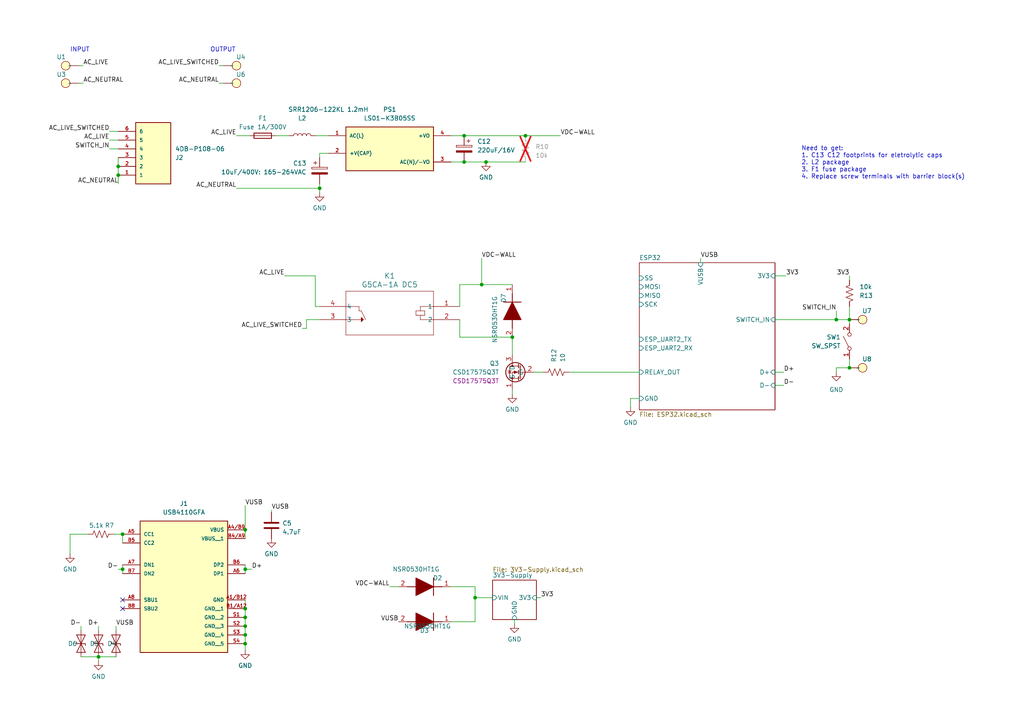
<source format=kicad_sch>
(kicad_sch (version 20230121) (generator eeschema)
  (paper "A4")
  (lib_symbols
    (symbol "Device:Fuse" (pin_numbers hide) (pin_names (offset 0))
      (property "Reference" "F" (at 2.032 0 90))
      (property "Value" "Fuse" (at -1.905 0 90))
      (symbol "Fuse_0_1"
        (rectangle (start -0.762 -2.54) (end 0.762 2.54) (stroke (width 0.254)))
        (polyline (pts (xy 0 2.54) (xy 0 -2.54)))
      )
      (symbol "Fuse_1_1"
        (pin passive line (at 0 3.81 270) (length 1.27) (name "~") (number "1"))
        (pin passive line (at 0 -3.81 90) (length 1.27) (name "~") (number "2"))
      )
    )
    (symbol "NeuralStimulatorAndRecorder:Resistor" (pin_numbers hide) (pin_names (offset 0))
      (property "Reference" "R" (at 2.54 0 90))
      (symbol "Resistor_0_1"
        (polyline (pts (xy 0 -2.286) (xy 0 -2.54)))
        (polyline (pts (xy 0 2.286) (xy 0 2.54)))
        (polyline (pts (xy 0 -0.762) (xy 1.016 -1.143) (xy 0 -1.524) (xy -1.016 -1.905) (xy 0 -2.286)))
        (polyline (pts (xy 0 0.762) (xy 1.016 0.381) (xy 0 0) (xy -1.016 -0.381) (xy 0 -0.762)))
        (polyline (pts (xy 0 2.286) (xy 1.016 1.905) (xy 0 1.524) (xy -1.016 1.143) (xy 0 0.762)))
      )
      (symbol "Resistor_1_1"
        (pin passive line (at 0 3.81 270) (length 1.27) (name "~") (number "1"))
        (pin passive line (at 0 -3.81 90) (length 1.27) (name "~") (number "2"))
      )
    )
    (symbol "SamacSys_Parts:NSR0530HT1G" (pin_names hide)
      (property "Reference" "D" (at 11.43 5.08 0))
      (property "Value" "NSR0530HT1G" (at 11.43 2.54 0))
      (symbol "NSR0530HT1G_1_1"
        (polyline (pts (xy 2.54 0) (xy 5.08 0)) (stroke (width 0.254)))
        (polyline (pts (xy 5.08 2.54) (xy 5.08 -2.54)) (stroke (width 0.254)))
        (polyline (pts (xy 10.16 0) (xy 12.7 0)) (stroke (width 0.254)))
        (polyline (pts (xy 5.08 0) (xy 10.16 2.54) (xy 10.16 -2.54) (xy 5.08 0)) (stroke (width 0.254)) (fill (type outline)))
        (pin passive line (at 0 0 0) (length 2.54) (name "K") (number "1"))
        (pin passive line (at 15.24 0 180) (length 2.54) (name "A") (number "2"))
      )
    )
    (symbol "Switch:SW_SPST" (pin_names (offset 0) hide)
      (property "Reference" "SW" (at 0 3.175 0))
      (property "Value" "SW_SPST" (at 0 -2.54 0))
      (symbol "SW_SPST_0_0"
        (circle (center -2.032 0) (radius 0.508))
        (polyline (pts (xy -1.524 0.254) (xy 1.524 1.778)))
        (circle (center 2.032 0) (radius 0.508))
      )
      (symbol "SW_SPST_1_1"
        (pin passive line (at -5.08 0 0) (length 2.54) (name "A") (number "1"))
        (pin passive line (at 5.08 0 180) (length 2.54) (name "B") (number "2"))
      )
    )
    (symbol "esp32-socket-switcher:4DB-P108-06" (pin_names (offset 1.016))
      (property "Reference" "J" (at -5.58 10.16 0))
      (property "Value" "4DB-P108-06" (at -5.08 -10.16 0))
      (symbol "4DB-P108-06_0_0"
        (rectangle (start -5.08 -7.62) (end 5.08 10.16) (stroke (width 0.254)) (fill (type background)))
        (pin passive line (at -10.16 7.62 0) (length 5.08) (name "1") (number "1"))
        (pin passive line (at -10.16 5.08 0) (length 5.08) (name "2") (number "2"))
        (pin passive line (at -10.16 2.54 0) (length 5.08) (name "3") (number "3"))
        (pin passive line (at -10.16 0 0) (length 5.08) (name "4") (number "4"))
        (pin passive line (at -10.16 -2.54 0) (length 5.08) (name "5") (number "5"))
        (pin passive line (at -10.16 -5.08 0) (length 5.08) (name "6") (number "6"))
      )
    )
    (symbol "esp32-socket-switcher:CSD17575Q3T"
      (property "Reference" "Q" (at -13.208 2.794 0))
      (property "Value" "CSD17575Q3T" (at -7.112 4.572 0))
      (property "MPN" "CSD17575Q3T" (at -7.112 4.572 0))
      (symbol "CSD17575Q3T_0_1"
        (polyline (pts (xy 0.254 0) (xy -2.54 0)))
        (polyline (pts (xy 0.254 1.905) (xy 0.254 -1.905)) (stroke (width 0.254)))
        (polyline (pts (xy 0.762 -1.27) (xy 0.762 -2.286)) (stroke (width 0.254)))
        (polyline (pts (xy 0.762 0.508) (xy 0.762 -0.508)) (stroke (width 0.254)))
        (polyline (pts (xy 0.762 2.286) (xy 0.762 1.27)) (stroke (width 0.254)))
        (polyline (pts (xy 2.54 2.54) (xy 2.54 1.778)))
        (polyline (pts (xy 2.54 -2.54) (xy 2.54 0) (xy 0.762 0)))
        (polyline (pts (xy 0.762 -1.778) (xy 3.302 -1.778) (xy 3.302 1.778) (xy 0.762 1.778)))
        (polyline (pts (xy 1.016 0) (xy 2.032 0.381) (xy 2.032 -0.381) (xy 1.016 0)) (fill (type outline)))
        (polyline (pts (xy 2.794 0.508) (xy 2.921 0.381) (xy 3.683 0.381) (xy 3.81 0.254)))
        (polyline (pts (xy 3.302 0.381) (xy 2.921 -0.254) (xy 3.683 -0.254) (xy 3.302 0.381)))
        (circle (center 1.651 0) (radius 2.794) (stroke (width 0.254)))
        (circle (center 2.54 -1.778) (radius 0.254) (fill (type outline)))
        (circle (center 2.54 1.778) (radius 0.254) (fill (type outline)))
      )
      (symbol "CSD17575Q3T_1_1"
        (pin passive line (at 2.54 -5.08 90) (length 2.54) (name "S") (number "1"))
        (pin input line (at -3.81 0 0) (length 2.54) (name "G") (number "2"))
        (pin passive line (at 2.54 5.08 270) (length 2.54) (name "D") (number "3"))
      )
    )
    (symbol "esp32-socket-switcher:Capacitor" (pin_numbers hide) (pin_names (offset 0.254))
      (property "Reference" "C" (at 0.635 2.54 0))
      (property "Value" "Capacitor" (at 0.635 -2.54 0))
      (symbol "Capacitor_0_1"
        (polyline (pts (xy -2.032 -0.762) (xy 2.032 -0.762)) (stroke (width 0.508)))
        (polyline (pts (xy -2.032 0.762) (xy 2.032 0.762)) (stroke (width 0.508)))
      )
      (symbol "Capacitor_1_1"
        (pin passive line (at 0 3.81 270) (length 2.794) (name "~") (number "1"))
        (pin passive line (at 0 -3.81 90) (length 2.794) (name "~") (number "2"))
      )
    )
    (symbol "esp32-socket-switcher:EEE-FK1C221XP" (pin_numbers hide) (pin_names (offset 0.254))
      (property "Reference" "C" (at 0.635 2.54 0))
      (property "Value" "EEE-FK1C221XP" (at 0.635 -2.54 0))
      (symbol "EEE-FK1C221XP_0_1"
        (rectangle (start -2.286 0.508) (end 2.286 1.016))
        (polyline (pts (xy -1.778 2.286) (xy -0.762 2.286)))
        (polyline (pts (xy -1.27 2.794) (xy -1.27 1.778)))
        (rectangle (start 2.286 -0.508) (end -2.286 -1.016) (fill (type outline)))
      )
      (symbol "EEE-FK1C221XP_1_1"
        (pin passive line (at 0 3.81 270) (length 2.794) (name "~") (number "1"))
        (pin passive line (at 0 -3.81 90) (length 2.794) (name "~") (number "2"))
      )
    )
    (symbol "esp32-socket-switcher:ESD9B3.3ST5G" (pin_numbers hide) (pin_names (offset 1.016) hide)
      (property "Reference" "D" (at 0 2.54 0))
      (property "Value" "ESD9B3.3ST5G" (at 0 -2.54 0))
      (symbol "ESD9B3.3ST5G_0_1"
        (polyline (pts (xy 1.27 0) (xy -1.27 0)))
        (polyline (pts (xy -2.54 -1.27) (xy 0 0) (xy -2.54 1.27) (xy -2.54 -1.27)) (stroke (width 0.2032)))
        (polyline (pts (xy 0.508 1.27) (xy 0 1.27) (xy 0 -1.27) (xy -0.508 -1.27)) (stroke (width 0.2032)))
        (polyline (pts (xy 2.54 1.27) (xy 2.54 -1.27) (xy 0 0) (xy 2.54 1.27)) (stroke (width 0.2032)))
      )
      (symbol "ESD9B3.3ST5G_1_1"
        (pin passive line (at -3.81 0 0) (length 2.54) (name "A1") (number "1"))
        (pin passive line (at 3.81 0 180) (length 2.54) (name "A2") (number "2"))
      )
    )
    (symbol "esp32-socket-switcher:G5CA-1A_DC5" (pin_names (offset 0.254))
      (property "Reference" "K" (at 20.32 9.525 0))
      (property "Value" "G5CA-1A DC5" (at 20.32 6.985 0))
      (symbol "G5CA-1A_DC5_0_1"
        (polyline (pts (xy 7.62 -8.255) (xy 33.02 -8.255)) (stroke (width 0.127)))
        (polyline (pts (xy 7.62 -3.81) (xy 11.43 -3.81)) (stroke (width 0.127)))
        (polyline (pts (xy 7.62 0) (xy 11.43 0)) (stroke (width 0.127)))
        (polyline (pts (xy 7.62 4.445) (xy 7.62 -8.255)) (stroke (width 0.127)))
        (polyline (pts (xy 10.16 -2.54) (xy 10.16 -1.27)) (stroke (width 0.127)))
        (polyline (pts (xy 10.16 -2.54) (xy 12.7 -2.54)) (stroke (width 0.127)))
        (polyline (pts (xy 10.16 -1.27) (xy 12.7 -1.27)) (stroke (width 0.127)))
        (polyline (pts (xy 11.43 -2.54) (xy 11.43 -3.81)) (stroke (width 0.127)))
        (polyline (pts (xy 11.43 0) (xy 11.43 -1.27)) (stroke (width 0.127)))
        (polyline (pts (xy 12.7 -1.27) (xy 12.7 -2.54)) (stroke (width 0.127)))
        (polyline (pts (xy 27.94 -3.81) (xy 28.575 -3.175)) (stroke (width 0.127)))
        (polyline (pts (xy 28.575 -4.445) (xy 27.94 -3.81)) (stroke (width 0.127)))
        (polyline (pts (xy 28.575 -4.445) (xy 28.575 -3.175)) (stroke (width 0.127)))
        (polyline (pts (xy 28.575 -1.27) (xy 27.305 -3.81)) (stroke (width 0.127)))
        (polyline (pts (xy 29.21 -3.81) (xy 28.575 -3.81)) (stroke (width 0.127)))
        (polyline (pts (xy 29.21 -1.27) (xy 28.575 -1.27)) (stroke (width 0.127)))
        (polyline (pts (xy 29.21 0) (xy 29.21 -1.27)) (stroke (width 0.127)))
        (polyline (pts (xy 33.02 -8.255) (xy 33.02 4.445)) (stroke (width 0.127)))
        (polyline (pts (xy 33.02 -3.81) (xy 29.21 -3.81)) (stroke (width 0.127)))
        (polyline (pts (xy 33.02 0) (xy 29.21 0)) (stroke (width 0.127)))
        (polyline (pts (xy 33.02 4.445) (xy 7.62 4.445)) (stroke (width 0.127)))
        (polyline (pts (xy 27.94 -3.81) (xy 28.575 -3.175) (xy 28.575 -4.445)) (fill (type outline)))
        (pin unspecified line (at 0 0 0) (length 7.62) (name "1") (number "1"))
        (pin unspecified line (at 0 -3.81 0) (length 7.62) (name "2") (number "2"))
        (pin unspecified line (at 40.64 -3.81 180) (length 7.62) (name "3") (number "3"))
        (pin unspecified line (at 40.64 0 180) (length 7.62) (name "4") (number "4"))
      )
    )
    (symbol "esp32-socket-switcher:L" (pin_numbers hide) (pin_names (offset 1.016) hide)
      (property "Reference" "L" (at -1.27 0 90))
      (property "Value" "L" (at 1.905 0 90))
      (symbol "L_0_1"
        (arc (start 0 -2.54) (mid 0.6323 -1.905) (end 0 -1.27))
        (arc (start 0 -1.27) (mid 0.6323 -0.635) (end 0 0))
        (arc (start 0 0) (mid 0.6323 0.635) (end 0 1.27))
        (arc (start 0 1.27) (mid 0.6323 1.905) (end 0 2.54))
      )
      (symbol "L_1_1"
        (pin passive line (at 0 3.81 270) (length 1.27) (name "1") (number "1"))
        (pin passive line (at 0 -3.81 90) (length 1.27) (name "2") (number "2"))
      )
    )
    (symbol "esp32-socket-switcher:LS01-K3B05SS" (pin_names (offset 1.016))
      (property "Reference" "PS" (at -12.7 6.35 0))
      (property "Value" "LS01-K3B05SS" (at -12.7 -10.16 0))
      (symbol "LS01-K3B05SS_0_0"
        (rectangle (start -12.7 -7.62) (end 12.7 5.08) (stroke (width 0.254)) (fill (type background)))
        (pin input line (at -17.78 2.54 0) (length 5.08) (name "AC(L)") (number "1"))
        (pin passive line (at -17.78 -2.54 0) (length 5.08) (name "+V(CAP)") (number "2"))
        (pin bidirectional line (at 17.78 -5.08 180) (length 5.08) (name "AC(N)/-VO") (number "3"))
        (pin output line (at 17.78 2.54 180) (length 5.08) (name "+VO") (number "4"))
      )
    )
    (symbol "esp32-socket-switcher:PAD_SINGLE"
      (property "Reference" "U" (at 2.54 1.27 0))
      (symbol "PAD_SINGLE_1_1"
        (circle (center -1.27 0) (radius 1.27) (fill (type background)))
        (pin passive line (at 2.54 0 180) (length 2.54) (name "") (number ""))
      )
    )
    (symbol "esp32-socket-switcher:Resistor" (pin_numbers hide) (pin_names (offset 0))
      (property "Reference" "R" (at 2.54 0 90))
      (symbol "Resistor_0_1"
        (polyline (pts (xy 0 -2.286) (xy 0 -2.54)))
        (polyline (pts (xy 0 2.286) (xy 0 2.54)))
        (polyline (pts (xy 0 -0.762) (xy 1.016 -1.143) (xy 0 -1.524) (xy -1.016 -1.905) (xy 0 -2.286)))
        (polyline (pts (xy 0 0.762) (xy 1.016 0.381) (xy 0 0) (xy -1.016 -0.381) (xy 0 -0.762)))
        (polyline (pts (xy 0 2.286) (xy 1.016 1.905) (xy 0 1.524) (xy -1.016 1.143) (xy 0 0.762)))
      )
      (symbol "Resistor_1_1"
        (pin passive line (at 0 3.81 270) (length 1.27) (name "~") (number "1"))
        (pin passive line (at 0 -3.81 90) (length 1.27) (name "~") (number "2"))
      )
    )
    (symbol "esp32-socket-switcher:UCY2G100MPD" (pin_numbers hide) (pin_names (offset 0.254))
      (property "Reference" "C" (at 0.635 2.54 0))
      (property "Value" "UCY2G100MPD" (at 0.635 -2.54 0))
      (symbol "UCY2G100MPD_0_1"
        (rectangle (start -2.286 0.508) (end 2.286 1.016))
        (polyline (pts (xy -1.778 2.286) (xy -0.762 2.286)))
        (polyline (pts (xy -1.27 2.794) (xy -1.27 1.778)))
        (rectangle (start 2.286 -0.508) (end -2.286 -1.016) (fill (type outline)))
      )
      (symbol "UCY2G100MPD_1_1"
        (pin passive line (at 0 3.81 270) (length 2.794) (name "~") (number "1"))
        (pin passive line (at 0 -3.81 90) (length 2.794) (name "~") (number "2"))
      )
    )
    (symbol "esp32-socket-switcher:USB4110GFA" (pin_names (offset 1.016))
      (property "Reference" "J" (at -12.7 11.43 0))
      (property "Value" "USB4110GFA" (at -12.7 -30.48 0))
      (symbol "USB4110GFA_0_0"
        (rectangle (start -12.7 10.16) (end 12.7 -27.94) (stroke (width 0.254)) (fill (type background)))
        (pin power_in line (at 17.78 -12.7 180) (length 5.08) (name "GND") (number "A1/B12"))
        (pin power_in line (at 17.78 7.62 180) (length 5.08) (name "VBUS") (number "A4/B9"))
        (pin bidirectional line (at -17.78 6.35 0) (length 5.08) (name "CC1") (number "A5"))
        (pin bidirectional line (at 17.78 -5.08 180) (length 5.08) (name "DP1") (number "A6"))
        (pin bidirectional line (at -17.78 -2.54 0) (length 5.08) (name "DN1") (number "A7"))
        (pin bidirectional line (at -17.78 -12.7 0) (length 5.08) (name "SBU1") (number "A8"))
        (pin power_in line (at 17.78 -15.24 180) (length 5.08) (name "GND__1") (number "B1/A12"))
        (pin power_in line (at 17.78 5.08 180) (length 5.08) (name "VBUS__1") (number "B4/A9"))
        (pin bidirectional line (at -17.78 3.81 0) (length 5.08) (name "CC2") (number "B5"))
        (pin bidirectional line (at 17.78 -2.54 180) (length 5.08) (name "DP2") (number "B6"))
        (pin bidirectional line (at -17.78 -5.08 0) (length 5.08) (name "DN2") (number "B7"))
        (pin bidirectional line (at -17.78 -15.24 0) (length 5.08) (name "SBU2") (number "B8"))
        (pin power_in line (at 17.78 -17.78 180) (length 5.08) (name "GND__2") (number "S1"))
        (pin power_in line (at 17.78 -20.32 180) (length 5.08) (name "GND__3") (number "S2"))
        (pin power_in line (at 17.78 -22.86 180) (length 5.08) (name "GND__4") (number "S3"))
        (pin power_in line (at 17.78 -25.4 180) (length 5.08) (name "GND__5") (number "S4"))
      )
    )
    (symbol "power:GND" (power) (pin_names (offset 0))
      (property "Value" "GND" (at 0 -3.81 0))
      (symbol "GND_0_1"
        (polyline (pts (xy 0 0) (xy 0 -1.27) (xy 1.27 -1.27) (xy 0 -2.54) (xy -1.27 -1.27) (xy 0 -1.27)))
      )
      (symbol "GND_1_1"
        (pin power_in line (at 0 0 270) (length 0) hide (name "GND") (number "1"))
      )
    )
  )
  (junction (at 71.12 153.67))
  (junction (at 134.62 39.37))
  (junction (at 71.12 184.15))
  (junction (at 134.62 46.99))
  (junction (at 34.29 50.8))
  (junction (at 148.59 97.79))
  (junction (at 71.12 165.1))
  (junction (at 152.4 39.37))
  (junction (at 137.795 173.355))
  (junction (at 71.12 181.61))
  (junction (at 35.56 165.1))
  (junction (at 35.56 154.94))
  (junction (at 139.7 82.55))
  (junction (at 140.97 46.99))
  (junction (at 34.29 48.26))
  (junction (at 246.38 92.71))
  (junction (at 71.12 176.53))
  (junction (at 246.38 106.68))
  (junction (at 71.12 179.07))
  (junction (at 242.57 92.71))
  (junction (at 92.71 54.61))
  (junction (at 71.12 186.69))
  (junction (at 28.575 190.5))
  (no_connect (at 35.56 173.99))
  (no_connect (at 35.56 176.53))
  (wire (pts (xy 165.1 107.95) (xy 185.42 107.95)))
  (wire (pts (xy 133.35 88.9) (xy 133.35 82.55)))
  (wire (pts (xy 34.29 165.1) (xy 35.56 165.1)))
  (wire (pts (xy 71.12 188.595) (xy 71.12 186.69)))
  (wire (pts (xy 34.29 45.72) (xy 34.29 48.26)))
  (wire (pts (xy 71.12 179.07) (xy 71.12 176.53)))
  (wire (pts (xy 71.12 165.1) (xy 73.025 165.1)))
  (wire (pts (xy 24.13 19.05) (xy 22.86 19.05)))
  (wire (pts (xy 242.57 107.95) (xy 242.57 106.68)))
  (wire (pts (xy 133.35 92.71) (xy 133.35 97.79)))
  (wire (pts (xy 92.71 53.34) (xy 92.71 54.61)))
  (wire (pts (xy 130.81 39.37) (xy 134.62 39.37)))
  (wire (pts (xy 246.38 88.9) (xy 246.38 92.71)))
  (wire (pts (xy 133.35 82.55) (xy 139.7 82.55)))
  (wire (pts (xy 155.575 173.355) (xy 156.845 173.355)))
  (wire (pts (xy 71.12 153.67) (xy 71.12 156.21)))
  (wire (pts (xy 68.58 39.37) (xy 72.39 39.37)))
  (wire (pts (xy 88.9 95.25) (xy 88.9 92.71)))
  (wire (pts (xy 113.03 170.18) (xy 115.57 170.18)))
  (wire (pts (xy 28.575 191.77) (xy 28.575 190.5)))
  (wire (pts (xy 134.62 46.99) (xy 140.97 46.99)))
  (wire (pts (xy 154.94 107.95) (xy 157.48 107.95)))
  (wire (pts (xy 34.29 48.26) (xy 34.29 50.8)))
  (wire (pts (xy 31.75 43.18) (xy 34.29 43.18)))
  (wire (pts (xy 71.12 184.15) (xy 71.12 181.61)))
  (wire (pts (xy 130.81 180.34) (xy 137.795 180.34)))
  (wire (pts (xy 92.71 54.61) (xy 92.71 55.88)))
  (wire (pts (xy 148.59 97.79) (xy 148.59 102.87)))
  (wire (pts (xy 71.12 176.53) (xy 71.12 173.99)))
  (wire (pts (xy 78.74 147.955) (xy 78.74 148.59)))
  (wire (pts (xy 71.12 146.685) (xy 71.12 153.67)))
  (wire (pts (xy 64.77 24.13) (xy 63.5 24.13)))
  (wire (pts (xy 242.57 92.71) (xy 246.38 92.71)))
  (wire (pts (xy 92.71 44.45) (xy 95.25 44.45)))
  (wire (pts (xy 203.2 74.93) (xy 203.2 76.2)))
  (wire (pts (xy 242.57 106.68) (xy 246.38 106.68)))
  (wire (pts (xy 139.7 82.55) (xy 148.59 82.55)))
  (wire (pts (xy 134.62 39.37) (xy 152.4 39.37)))
  (wire (pts (xy 137.795 173.355) (xy 142.875 173.355)))
  (wire (pts (xy 20.32 154.94) (xy 20.32 160.655)))
  (wire (pts (xy 31.75 40.64) (xy 34.29 40.64)))
  (wire (pts (xy 63.5 19.05) (xy 64.77 19.05)))
  (wire (pts (xy 91.44 39.37) (xy 95.25 39.37)))
  (wire (pts (xy 246.38 80.01) (xy 246.38 81.28)))
  (wire (pts (xy 140.97 46.99) (xy 152.4 46.99)))
  (wire (pts (xy 130.81 170.18) (xy 137.795 170.18)))
  (wire (pts (xy 149.225 179.705) (xy 149.225 180.975)))
  (wire (pts (xy 23.495 181.61) (xy 23.495 182.88)))
  (wire (pts (xy 246.38 106.68) (xy 246.38 104.14)))
  (wire (pts (xy 137.795 170.18) (xy 137.795 173.355)))
  (wire (pts (xy 224.79 92.71) (xy 242.57 92.71)))
  (wire (pts (xy 71.12 181.61) (xy 71.12 179.07)))
  (wire (pts (xy 35.56 163.83) (xy 35.56 165.1)))
  (wire (pts (xy 91.44 88.9) (xy 92.71 88.9)))
  (wire (pts (xy 33.02 154.94) (xy 35.56 154.94)))
  (wire (pts (xy 91.44 80.01) (xy 91.44 88.9)))
  (wire (pts (xy 23.495 190.5) (xy 28.575 190.5)))
  (wire (pts (xy 25.4 154.94) (xy 20.32 154.94)))
  (wire (pts (xy 224.79 80.01) (xy 227.965 80.01)))
  (wire (pts (xy 71.12 186.69) (xy 71.12 184.15)))
  (wire (pts (xy 35.56 165.1) (xy 35.56 166.37)))
  (wire (pts (xy 162.56 39.37) (xy 152.4 39.37)))
  (wire (pts (xy 242.57 90.17) (xy 242.57 92.71)))
  (wire (pts (xy 28.575 190.5) (xy 33.655 190.5)))
  (wire (pts (xy 182.88 115.57) (xy 182.88 118.11)))
  (wire (pts (xy 224.79 107.95) (xy 227.33 107.95)))
  (wire (pts (xy 80.01 39.37) (xy 83.82 39.37)))
  (wire (pts (xy 139.7 74.93) (xy 139.7 82.55)))
  (wire (pts (xy 224.79 111.76) (xy 227.33 111.76)))
  (wire (pts (xy 130.81 46.99) (xy 134.62 46.99)))
  (wire (pts (xy 133.35 97.79) (xy 148.59 97.79)))
  (wire (pts (xy 185.42 115.57) (xy 182.88 115.57)))
  (wire (pts (xy 148.59 114.3) (xy 148.59 113.03)))
  (wire (pts (xy 71.12 165.1) (xy 71.12 166.37)))
  (wire (pts (xy 87.63 95.25) (xy 88.9 95.25)))
  (wire (pts (xy 137.795 180.34) (xy 137.795 173.355)))
  (wire (pts (xy 33.655 181.61) (xy 33.655 182.88)))
  (wire (pts (xy 246.38 93.98) (xy 246.38 92.71)))
  (wire (pts (xy 82.55 80.01) (xy 91.44 80.01)))
  (wire (pts (xy 34.29 50.8) (xy 34.29 53.34)))
  (wire (pts (xy 31.75 38.1) (xy 34.29 38.1)))
  (wire (pts (xy 35.56 154.94) (xy 35.56 157.48)))
  (wire (pts (xy 92.71 45.72) (xy 92.71 44.45)))
  (wire (pts (xy 28.575 181.61) (xy 28.575 182.88)))
  (wire (pts (xy 88.9 92.71) (xy 92.71 92.71)))
  (wire (pts (xy 68.58 54.61) (xy 92.71 54.61)))
  (wire (pts (xy 24.13 24.13) (xy 22.86 24.13)))
  (wire (pts (xy 71.12 163.83) (xy 71.12 165.1)))
  (text "OUTPUT" (at 60.96 15.24 0) (effects (font (size 1.27 1.27)) (justify left bottom)))
  (text "INPUT" (at 20.32 15.24 0) (effects (font (size 1.27 1.27)) (justify left bottom)))
  (text "Need to get:\n1. C13 C12 footprints for eletrolytic caps\n2. L2 package\n3. F1 fuse package\n4. Replace screw terminals with barrier block(s)" (at 232.41 52.07 0) (effects (font (size 1.27 1.27)) (justify left bottom)))
  (label "AC_LIVE" (at 68.58 39.37 180))
  (label "VUSB" (at 71.12 146.685 0))
  (label "D-" (at 34.29 165.1 180))
  (label "AC_LIVE" (at 24.13 19.05 0))
  (label "D+" (at 227.33 107.95 0))
  (label "VUSB" (at 115.57 180.34 180))
  (label "SWITCH_IN" (at 242.57 90.17 180))
  (label "AC_LIVE" (at 82.55 80.01 180))
  (label "3V3" (at 156.845 173.355 0))
  (label "D+" (at 28.575 181.61 180))
  (label "AC_NEUTRAL" (at 68.58 54.61 180))
  (label "3V3" (at 246.38 80.01 180))
  (label "SWITCH_IN" (at 31.75 43.18 180))
  (label "D+" (at 73.025 165.1 0))
  (label "VUSB" (at 33.655 181.61 0))
  (label "3V3" (at 227.965 80.01 0))
  (label "AC_LIVE_SWITCHED" (at 31.75 38.1 180))
  (label "AC_NEUTRAL" (at 63.5 24.13 180))
  (label "AC_LIVE_SWITCHED" (at 63.5 19.05 180))
  (label "VDC-WALL" (at 113.03 170.18 180))
  (label "AC_LIVE" (at 31.75 40.64 180))
  (label "VDC-WALL" (at 162.56 39.37 0))
  (label "AC_NEUTRAL" (at 24.13 24.13 0))
  (label "VDC-WALL" (at 139.7 74.93 0))
  (label "AC_LIVE_SWITCHED" (at 87.63 95.25 180))
  (label "AC_NEUTRAL" (at 34.29 53.34 180))
  (label "D-" (at 227.33 111.76 0))
  (label "D-" (at 23.495 181.61 180))
  (label "VUSB" (at 78.74 147.955 0))
  (label "VUSB" (at 203.2 74.93 0))
  (symbol (lib_id "esp32-socket-switcher:LS01-K3B05SS") (at 113.03 41.91 0) (unit 1)
    (property "Reference" "PS1" (at 113.03 31.75 0))
    (property "Value" "LS01-K3B05SS" (at 113.03 34.29 0))
    (property "Footprint" "esp32-socket-switcher:CONV_LS01-K3B05SS" (effects hide))
    (property "PARTREV" "2020.02.18-A/1" (effects hide))
    (property "STANDARD" "Manufacturer Recommendations" (effects hide))
    (property "MAXIMUM_PACKAGE_HEIGHT" "16.10 mm" (effects hide))
    (property "MANUFACTURER" "Mornsun" (effects hide))
  )
  (symbol (lib_id "Device:Fuse") (at 76.2 39.37 90) (unit 1)
    (property "Reference" "F1" (at 76.2 34.29 90))
    (property "Value" "Fuse 1A/300V" (at 76.2 36.83 90))
    (property "Footprint" "esp32-socket-switcher:FUSE_3519" (effects hide))
    (property "MPN Fuse" "2JS 1.25-R" (effects hide))
    (property "MPN Holder" "3519 (Keystone)" (effects hide))
  )
  (symbol (lib_id "esp32-socket-switcher:4DB-P108-06") (at 44.45 43.18 0) (mirror x) (unit 1)
    (property "Reference" "J2" (at 50.8 45.72 0) (effects (justify left)))
    (property "Value" "4DB-P108-06" (at 50.8 43.18 0) (effects (justify left)))
    (property "Footprint" "esp32-socket-switcher:TE_2-1437667-9" (effects hide))
    (property "PARTREV" "R" (effects hide))
    (property "STANDARD" "Manufacturer Recommendations" (effects hide))
    (property "MANUFACTURER" "TE" (effects hide))
  )
  (symbol (lib_id "esp32-socket-switcher:PAD_SINGLE") (at 67.31 19.05 0) (mirror y) (unit 1) (in_bom no) (on_board no)
    (property "Reference" "U4" (at 69.85 16.51 0))
    (property "Value" "~" (at 67.31 19.05 0))
    (property "Footprint" "esp32-socket-switcher:KEYSTONE_7770" (effects hide))
  )
  (symbol (lib_id "power:GND") (at 92.71 55.88 0) (unit 1)
    (property "Reference" "#PWR013" (effects hide))
    (property "Value" "GND" (at 92.71 60.325 0))
  )
  (symbol (lib_id "Switch:SW_SPST") (at 246.38 99.06 90) (unit 1) (in_bom no) (on_board no)
    (property "Reference" "SW1" (at 243.84 97.79 90) (effects (justify left)))
    (property "Value" "SW_SPST" (at 243.84 100.33 90) (effects (justify left)))
  )
  (symbol (lib_id "power:GND") (at 20.32 160.655 0) (unit 1)
    (property "Reference" "#PWR010" (effects hide))
    (property "Value" "GND" (at 20.32 165.1 0))
  )
  (symbol (lib_id "power:GND") (at 182.88 118.11 0) (unit 1)
    (property "Reference" "#PWR027" (effects hide))
    (property "Value" "GND" (at 182.88 122.555 0))
  )
  (symbol (lib_id "esp32-socket-switcher:Resistor") (at 152.4 43.18 180) (unit 1) (dnp yes)
    (property "Reference" "R10" (at 155.2884 42.545 0) (effects (justify right)))
    (property "Value" "10k" (at 155.2884 45.085 0) (effects (justify right)))
    (property "Footprint" "esp32-socket-switcher:R_0402_1005Metric" (effects hide))
  )
  (symbol (lib_id "esp32-socket-switcher:PAD_SINGLE") (at 20.32 19.05 0) (unit 1) (in_bom no) (on_board no)
    (property "Reference" "U1" (at 17.78 16.51 0))
    (property "Value" "~" (at 20.32 19.05 0))
    (property "Footprint" "esp32-socket-switcher:KEYSTONE_7770" (effects hide))
  )
  (symbol (lib_id "SamacSys_Parts:NSR0530HT1G") (at 148.59 82.55 270) (unit 1)
    (property "Reference" "D7" (at 146.05 85.09 0) (effects (justify left)))
    (property "Value" "NSR0530HT1G" (at 143.51 85.852 0) (effects (justify left)))
    (property "Footprint" "esp32-socket-switcher:SOD2512X110N" (effects hide))
    (property "Datasheet" "https://eagle.componentsearchengine.com/Datasheets/5/NSR0530HT1G.pdf" (effects hide))
    (property "Height" "1.1" (effects hide))
    (property "Manufacturer_Name" "onsemi" (effects hide))
    (property "Manufacturer_Part_Number" "NSR0530HT1G" (effects hide))
    (property "Mouser Part Number" "863-NSR0530HT1G" (effects hide))
    (property "Mouser Price/Stock" "https://www.mouser.co.uk/ProductDetail/onsemi/NSR0530HT1G?qs=raqtESnDWsD7hIBo7i2utQ%3D%3D" (effects hide))
    (property "Arrow Part Number" "NSR0530HT1G" (effects hide))
    (property "Arrow Price/Stock" "https://www.arrow.com/en/products/nsr0530ht1g/on-semiconductor?region=nac" (effects hide))
  )
  (symbol (lib_id "power:GND") (at 149.225 180.975 0) (unit 1)
    (property "Reference" "#PWR06" (effects hide))
    (property "Value" "GND" (at 149.225 185.42 0))
  )
  (symbol (lib_id "esp32-socket-switcher:CSD17575Q3T") (at 151.13 107.95 0) (mirror y) (unit 1)
    (property "Reference" "Q3" (at 144.78 105.41 0) (effects (justify left)))
    (property "Value" "CSD17575Q3T" (at 144.78 107.95 0) (effects (justify left)))
    (property "Footprint" "esp32-socket-switcher:8-PowerVDFN" (effects hide))
    (property "MPN" "CSD17575Q3T" (at 144.78 110.49 0) (effects (justify left)))
  )
  (symbol (lib_id "SamacSys_Parts:NSR0530HT1G") (at 130.81 170.18 180) (unit 1)
    (property "Reference" "D2" (at 128.27 167.64 0) (effects (justify left)))
    (property "Value" "NSR0530HT1G" (at 127.508 165.1 0) (effects (justify left)))
    (property "Footprint" "esp32-socket-switcher:SOD2512X110N" (effects hide))
    (property "Datasheet" "https://eagle.componentsearchengine.com/Datasheets/5/NSR0530HT1G.pdf" (effects hide))
    (property "Height" "1.1" (effects hide))
    (property "Manufacturer_Name" "onsemi" (effects hide))
    (property "Manufacturer_Part_Number" "NSR0530HT1G" (effects hide))
    (property "Mouser Part Number" "863-NSR0530HT1G" (effects hide))
    (property "Mouser Price/Stock" "https://www.mouser.co.uk/ProductDetail/onsemi/NSR0530HT1G?qs=raqtESnDWsD7hIBo7i2utQ%3D%3D" (effects hide))
    (property "Arrow Part Number" "NSR0530HT1G" (effects hide))
    (property "Arrow Price/Stock" "https://www.arrow.com/en/products/nsr0530ht1g/on-semiconductor?region=nac" (effects hide))
  )
  (symbol (lib_id "esp32-socket-switcher:G5CA-1A_DC5") (at 133.35 88.9 0) (mirror y) (unit 1)
    (property "Reference" "K1" (at 113.03 80.01 0) (effects (font (size 1.524 1.524))))
    (property "Value" "G5CA-1A DC5" (at 113.03 82.55 0) (effects (font (size 1.524 1.524))))
    (property "Footprint" "esp32-socket-switcher:RELAY_G5CA_OMR" (effects hide))
    (property "Datasheet" "G5CA-1A DC5" (effects hide))
  )
  (symbol (lib_id "esp32-socket-switcher:L") (at 87.63 39.37 90) (unit 1)
    (property "Reference" "L2" (at 87.63 34.29 90))
    (property "Value" "SRR1206-122KL 1.2mH" (at 95.25 31.75 90))
    (property "Footprint" "esp32-socket-switcher:IND_BOURNS_SRR1240" (effects hide))
  )
  (symbol (lib_id "power:GND") (at 28.575 191.77 0) (unit 1)
    (property "Reference" "#PWR023" (effects hide))
    (property "Value" "GND" (at 28.575 196.215 0))
  )
  (symbol (lib_id "esp32-socket-switcher:ESD9B3.3ST5G") (at 28.575 186.69 90) (unit 1)
    (property "Reference" "D5" (at 26.035 186.69 90) (effects (justify right)))
    (property "Value" "ESD9B3.3ST5G" (effects hide))
    (property "Footprint" "esp32-socket-switcher:D_SOD-923" (effects hide))
    (property "Datasheet" "https://www.onsemi.com/pub/Collateral/ESD9B-D.PDF" (effects hide))
  )
  (symbol (lib_id "esp32-socket-switcher:PAD_SINGLE") (at 20.32 24.13 0) (unit 1) (in_bom no) (on_board no)
    (property "Reference" "U3" (at 17.78 21.59 0))
    (property "Value" "~" (at 20.32 24.13 0))
    (property "Footprint" "esp32-socket-switcher:KEYSTONE_7770" (effects hide))
  )
  (symbol (lib_id "esp32-socket-switcher:PAD_SINGLE") (at 248.92 92.71 0) (mirror y) (unit 1) (in_bom no) (on_board no)
    (property "Reference" "U7" (at 251.46 90.17 0))
    (property "Value" "~" (at 248.92 92.71 0))
    (property "Footprint" "esp32-socket-switcher:KEYSTONE_7770" (effects hide))
  )
  (symbol (lib_id "power:GND") (at 148.59 114.3 0) (unit 1)
    (property "Reference" "#PWR024" (effects hide))
    (property "Value" "GND" (at 148.59 118.745 0))
  )
  (symbol (lib_id "esp32-socket-switcher:PAD_SINGLE") (at 248.92 106.68 0) (mirror y) (unit 1) (in_bom no) (on_board no)
    (property "Reference" "U8" (at 251.46 104.14 0))
    (property "Value" "~" (at 248.92 106.68 0))
    (property "Footprint" "esp32-socket-switcher:KEYSTONE_7770" (effects hide))
  )
  (symbol (lib_id "power:GND") (at 71.12 188.595 0) (unit 1)
    (property "Reference" "#PWR011" (effects hide))
    (property "Value" "GND" (at 71.12 193.04 0))
  )
  (symbol (lib_id "power:GND") (at 140.97 46.99 0) (unit 1)
    (property "Reference" "#PWR012" (effects hide))
    (property "Value" "GND" (at 140.97 51.435 0))
  )
  (symbol (lib_id "esp32-socket-switcher:UCY2G100MPD") (at 92.71 49.53 0) (unit 1)
    (property "Reference" "C13" (at 88.9 47.371 0) (effects (justify right)))
    (property "Value" "10uF/400V: 165-264VAC" (at 88.9 49.911 0) (effects (justify right)))
    (property "Footprint" "esp32-socket-switcher:U1-S_NCH" (effects hide))
  )
  (symbol (lib_id "esp32-socket-switcher:ESD9B3.3ST5G") (at 33.655 186.69 90) (unit 1)
    (property "Reference" "D4" (at 31.115 186.69 90) (effects (justify right)))
    (property "Value" "ESD9B3.3ST5G" (effects hide))
    (property "Footprint" "esp32-socket-switcher:D_SOD-923" (effects hide))
    (property "Datasheet" "https://www.onsemi.com/pub/Collateral/ESD9B-D.PDF" (effects hide))
  )
  (symbol (lib_id "esp32-socket-switcher:Capacitor") (at 78.74 152.4 0) (unit 1)
    (property "Reference" "C5" (at 81.915 151.765 0) (effects (justify left)))
    (property "Value" "4.7uF" (at 81.915 154.305 0) (effects (justify left)))
    (property "Footprint" "esp32-socket-switcher:C_0603_1608Metric" (effects hide))
  )
  (symbol (lib_id "esp32-socket-switcher:Resistor") (at 161.29 107.95 270) (unit 1)
    (property "Reference" "R12" (at 160.655 105.0616 0) (effects (justify right)))
    (property "Value" "10" (at 163.195 105.0616 0) (effects (justify right)))
    (property "Footprint" "esp32-socket-switcher:R_0402_1005Metric" (effects hide))
  )
  (symbol (lib_id "power:GND") (at 78.74 156.21 0) (unit 1)
    (property "Reference" "#PWR09" (effects hide))
    (property "Value" "GND" (at 78.74 160.655 0))
  )
  (symbol (lib_id "esp32-socket-switcher:ESD9B3.3ST5G") (at 23.495 186.69 90) (unit 1)
    (property "Reference" "D6" (at 19.685 186.69 90) (effects (justify right)))
    (property "Value" "ESD9B3.3ST5G" (effects hide))
    (property "Footprint" "esp32-socket-switcher:D_SOD-923" (effects hide))
    (property "Datasheet" "https://www.onsemi.com/pub/Collateral/ESD9B-D.PDF" (effects hide))
  )
  (symbol (lib_id "esp32-socket-switcher:Resistor") (at 246.38 85.09 0) (mirror y) (unit 1)
    (property "Reference" "R13" (at 249.2684 85.725 0) (effects (justify right)))
    (property "Value" "10k" (at 249.2684 83.185 0) (effects (justify right)))
    (property "Footprint" "esp32-socket-switcher:R_0402_1005Metric" (effects hide))
  )
  (symbol (lib_id "esp32-socket-switcher:USB4110GFA") (at 53.34 161.29 0) (unit 1)
    (property "Reference" "J1" (at 53.34 146.05 0))
    (property "Value" "USB4110GFA" (at 53.34 148.59 0))
    (property "Footprint" "esp32-socket-switcher:GCT_USB4110GFA" (effects hide))
    (property "MF" "GCT" (effects hide))
    (property "Description" "USB-C (USB TYPE-C) USB 2.0 Receptacle Connector 24 (16+8 Dummy) Position Surface Mount, Right Angle; Through Hole" (effects hide))
    (property "Package" "None" (effects hide))
    (property "Price" "None" (effects hide))
    (property "MP" "USB4110GFA" (effects hide))
    (property "Availability" "In Stock" (effects hide))
  )
  (symbol (lib_id "NeuralStimulatorAndRecorder:Resistor") (at 29.21 154.94 90) (unit 1)
    (property "Reference" "R7" (at 31.75 152.4 90))
    (property "Value" "5.1k" (at 27.94 152.4 90))
    (property "Footprint" "esp32-socket-switcher:R_0402_1005Metric" (effects hide))
  )
  (symbol (lib_id "esp32-socket-switcher:EEE-FK1C221XP") (at 134.62 43.18 0) (mirror y) (unit 1)
    (property "Reference" "C12" (at 138.43 41.021 0) (effects (justify right)))
    (property "Value" "220uF/16V" (at 138.43 43.561 0) (effects (justify right)))
    (property "Footprint" "esp32-socket-switcher:CAP_EEEFK1C221XP" (effects hide))
  )
  (symbol (lib_id "SamacSys_Parts:NSR0530HT1G") (at 130.81 180.34 180) (unit 1)
    (property "Reference" "D3" (at 124.46 182.88 0) (effects (justify left)))
    (property "Value" "NSR0530HT1G" (at 130.81 181.61 0) (effects (justify left)))
    (property "Footprint" "esp32-socket-switcher:SOD2512X110N" (effects hide))
    (property "Datasheet" "https://eagle.componentsearchengine.com/Datasheets/5/NSR0530HT1G.pdf" (effects hide))
    (property "Height" "1.1" (effects hide))
    (property "Manufacturer_Name" "onsemi" (effects hide))
    (property "Manufacturer_Part_Number" "NSR0530HT1G" (effects hide))
    (property "Mouser Part Number" "863-NSR0530HT1G" (effects hide))
    (property "Mouser Price/Stock" "https://www.mouser.co.uk/ProductDetail/onsemi/NSR0530HT1G?qs=raqtESnDWsD7hIBo7i2utQ%3D%3D" (effects hide))
    (property "Arrow Part Number" "NSR0530HT1G" (effects hide))
    (property "Arrow Price/Stock" "https://www.arrow.com/en/products/nsr0530ht1g/on-semiconductor?region=nac" (effects hide))
  )
  (symbol (lib_id "esp32-socket-switcher:PAD_SINGLE") (at 67.31 24.13 0) (mirror y) (unit 1) (in_bom no) (on_board no)
    (property "Reference" "U6" (at 69.85 21.59 0))
    (property "Value" "~" (at 67.31 24.13 0))
    (property "Footprint" "esp32-socket-switcher:KEYSTONE_7770" (effects hide))
  )
  (symbol (lib_id "power:GND") (at 242.57 107.95 0) (unit 1)
    (property "Reference" "#PWR07" (effects hide))
    (property "Value" "GND" (at 242.57 113.03 0))
  )
  (sheet (at 142.875 168.275) (size 12.7 11.43) (stroke (width 0.1524))
    (property "Sheetname" "3V3-Supply" (at 142.875 167.5634 0) (effects (justify left bottom)))
    (property "Sheetfile" "3V3-Supply.kicad_sch" (at 142.875 164.465 0) (effects (justify left top)))
    (pin "GND" input (at 149.225 179.705 270))
    (pin "3V3" input (at 155.575 173.355 0))
    (pin "VIN" input (at 142.875 173.355 180))
  )
  (sheet (at 185.42 76.2) (size 39.37 42.672) (stroke (width 0.1524))
    (property "Sheetname" "ESP32" (at 185.42 75.4884 0) (effects (justify left bottom)))
    (property "Sheetfile" "ESP32.kicad_sch" (at 185.42 119.4566 0) (effects (justify left top)))
    (pin "3V3" input (at 224.79 80.01 0))
    (pin "GND" input (at 185.42 115.57 180))
    (pin "SS" input (at 185.42 80.645 180))
    (pin "ESP_UART2_TX" input (at 185.42 98.425 180))
    (pin "MISO" input (at 185.42 85.725 180))
    (pin "SCK" input (at 185.42 88.265 180))
    (pin "ESP_UART2_RX" input (at 185.42 100.965 180))
    (pin "MOSI" input (at 185.42 83.185 180))
    (pin "D-" input (at 224.79 111.76 0))
    (pin "D+" input (at 224.79 107.95 0))
    (pin "SWITCH_IN" input (at 224.79 92.71 0))
    (pin "RELAY_OUT" input (at 185.42 107.95 180))
    (pin "VUSB" input (at 203.2 76.2 90))
  )
)
</source>
